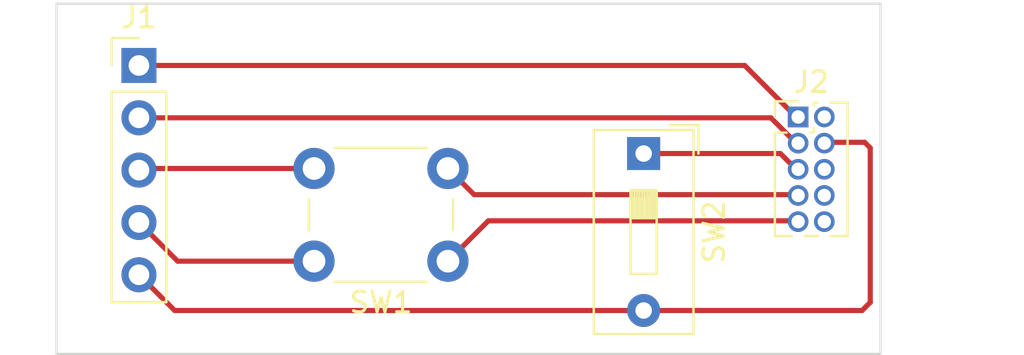
<source format=kicad_pcb>
(kicad_pcb (version 20211014) (generator pcbnew)
  (layers (0 "F.Cu" signal) (31 "B.Cu" signal) (34 "B.Paste" user) (35 "F.Paste" user) (36 "B.SilkS" user "B.Silkscreen") (37 "F.SilkS" user "F.Silkscreen") (38 "B.Mask" user) (39 "F.Mask" user) (44 "Edge.Cuts" user))
  (net 0 "")
  (net 1 "Net-(J1-Pad1)")
  (net 2 "Net-(J1-Pad2)")
  (net 3 "Net-(J1-Pad3)")
  (net 4 "Net-(J1-Pad4)")
  (net 5 "Net-(J1-Pad5)")
  (net 6 "Net-(J2-Pad3)")
  (footprint "Button_Switch_THT:SW_DIP_SPSTx01_Slide_9.78x4.72mm_W7.62mm_P2.54mm" (layer "F.Cu") (at 50.5 29.275 -90)
    (fp_text reference "SW2" (at 3.81 -3.42 90) (layer "F.SilkS"))
    (fp_text value "Switch Boot")
    (fp_line (start 1.78 -0.395) (end 3.133333 -0.395) (layer "F.SilkS") (width 0.12))
    (fp_line (start 1.78 -0.635) (end 1.78 0.635) (layer "F.SilkS") (width 0.12))
    (fp_line (start 1.78 0.085) (end 3.133333 0.085) (layer "F.SilkS") (width 0.12))
    (fp_line (start 1.78 -0.035) (end 3.133333 -0.035) (layer "F.SilkS") (width 0.12))
    (fp_line (start 1.78 0.445) (end 3.133333 0.445) (layer "F.SilkS") (width 0.12))
    (fp_line (start -1.14 -2.42) (end 8.76 -2.42) (layer "F.SilkS") (width 0.12))
    (fp_line (start 1.78 0.565) (end 3.133333 0.565) (layer "F.SilkS") (width 0.12))
    (fp_line (start -1.38 -2.66) (end 0.004 -2.66) (layer "F.SilkS") (width 0.12))
    (fp_line (start 3.133333 -0.635) (end 3.133333 0.635) (layer "F.SilkS") (width 0.12))
    (fp_line (start 1.78 0.325) (end 3.133333 0.325) (layer "F.SilkS") (width 0.12))
    (fp_line (start 8.76 -2.42) (end 8.76 2.42) (layer "F.SilkS") (width 0.12))
    (fp_line (start 1.78 -0.275) (end 3.133333 -0.275) (layer "F.SilkS") (width 0.12))
    (fp_line (start 1.78 -0.155) (end 3.133333 -0.155) (layer "F.SilkS") (width 0.12))
    (fp_line (start 5.84 -0.635) (end 1.78 -0.635) (layer "F.SilkS") (width 0.12))
    (fp_line (start -1.14 2.42) (end 8.76 2.42) (layer "F.SilkS") (width 0.12))
    (fp_line (start 5.84 0.635) (end 5.84 -0.635) (layer "F.SilkS") (width 0.12))
    (fp_line (start -1.14 -2.42) (end -1.14 2.42) (layer "F.SilkS") (width 0.12))
    (fp_line (start 1.78 0.635) (end 5.84 0.635) (layer "F.SilkS") (width 0.12))
    (fp_line (start -1.38 -2.66) (end -1.38 -1.277) (layer "F.SilkS") (width 0.12))
    (fp_line (start 1.78 -0.515) (end 3.133333 -0.515) (layer "F.SilkS") (width 0.12))
    (fp_line (start 1.78 0.205) (end 3.133333 0.205) (layer "F.SilkS") (width 0.12))
    (pad "1" thru_hole rect (at 0 0 270) (size 1.6 1.6) (drill 0.8) (layers *.Cu *.Mask) (net 6 "Net-(J2-Pad3)"))
    (pad "2" thru_hole oval (at 7.62 0 270) (size 1.6 1.6) (drill 0.8) (layers *.Cu *.Mask) (net 5 "Net-(J1-Pad5)"))
  )
  (footprint "Button_Switch_THT:SW_PUSH_6mm_H4.3mm" (layer "F.Cu") (at 41 34.5 180)
    (fp_text reference "SW1" (at 3.25 -2) (layer "F.SilkS"))
    (fp_text value "SW_Reset")
    (fp_line (start -0.25 1.5) (end -0.25 3) (layer "F.SilkS") (width 0.12))
    (fp_line (start 5.5 -1) (end 1 -1) (layer "F.SilkS") (width 0.12))
    (fp_line (start 6.75 3) (end 6.75 1.5) (layer "F.SilkS") (width 0.12))
    (fp_line (start 1 5.5) (end 5.5 5.5) (layer "F.SilkS") (width 0.12))
    (pad "1" thru_hole circle (at 6.5 0 270) (size 2 2) (drill 1.1) (layers *.Cu *.Mask) (net 4 "Net-(J1-Pad4)"))
    (pad "1" thru_hole circle (at 0 0 270) (size 2 2) (drill 1.1) (layers *.Cu *.Mask) (net 4 "Net-(J1-Pad4)"))
    (pad "2" thru_hole circle (at 0 4.5 270) (size 2 2) (drill 1.1) (layers *.Cu *.Mask) (net 3 "Net-(J1-Pad3)"))
    (pad "2" thru_hole circle (at 6.5 4.5 270) (size 2 2) (drill 1.1) (layers *.Cu *.Mask) (net 3 "Net-(J1-Pad3)"))
  )
  (footprint "Connector_PinHeader_1.27mm:PinHeader_2x05_P1.27mm_Vertical" (layer "F.Cu") (at 58 27.5)
    (fp_text reference "J2" (at 0.635 -1.695) (layer "F.SilkS"))
    (fp_text value "1.27mm 5 Pin Double Row")
    (fp_line (start 1.57753 5.775) (end 2.4 5.775) (layer "F.SilkS") (width 0.12))
    (fp_line (start 0.76 -0.563471) (end 0.76 -0.695) (layer "F.SilkS") (width 0.12))
    (fp_line (start -1.13 5.775) (end -0.30753 5.775) (layer "F.SilkS") (width 0.12))
    (fp_line (start -1.13 0.76) (end -0.563471 0.76) (layer "F.SilkS") (width 0.12))
    (fp_line (start 0.76 0.706529) (end 0.76 0.563471) (layer "F.SilkS") (width 0.12))
    (fp_line (start 0.563471 0.76) (end 0.706529 0.76) (layer "F.SilkS") (width 0.12))
    (fp_line (start 1.57753 -0.695) (end 2.4 -0.695) (layer "F.SilkS") (width 0.12))
    (fp_line (start 0.76 -0.695) (end 0.96247 -0.695) (layer "F.SilkS") (width 0.12))
    (fp_line (start -1.13 0.76) (end -1.13 5.775) (layer "F.SilkS") (width 0.12))
    (fp_line (start -1.13 0) (end -1.13 -0.76) (layer "F.SilkS") (width 0.12))
    (fp_line (start 2.4 -0.695) (end 2.4 5.775) (layer "F.SilkS") (width 0.12))
    (fp_line (start -1.13 -0.76) (end 0 -0.76) (layer "F.SilkS") (width 0.12))
    (fp_line (start 0.30753 5.775) (end 0.96247 5.775) (layer "F.SilkS") (width 0.12))
    (pad "1" thru_hole rect (at 0 0) (size 1 1) (drill 0.65) (layers *.Cu *.Mask) (net 1 "Net-(J1-Pad1)"))
    (pad "2" thru_hole oval (at 0 1.27) (size 1 1) (drill 0.65) (layers *.Cu *.Mask) (net 2 "Net-(J1-Pad2)"))
    (pad "3" thru_hole oval (at 0 2.54) (size 1 1) (drill 0.65) (layers *.Cu *.Mask) (net 6 "Net-(J2-Pad3)"))
    (pad "4" thru_hole oval (at 0 3.81) (size 1 1) (drill 0.65) (layers *.Cu *.Mask) (net 3 "Net-(J1-Pad3)"))
    (pad "5" thru_hole oval (at 0 5.08) (size 1 1) (drill 0.65) (layers *.Cu *.Mask) (net 4 "Net-(J1-Pad4)"))
    (pad "6" thru_hole oval (at 1.27 5.08) (size 1 1) (drill 0.65) (layers *.Cu *.Mask))
    (pad "7" thru_hole oval (at 1.27 3.81) (size 1 1) (drill 0.65) (layers *.Cu *.Mask))
    (pad "8" thru_hole oval (at 1.27 2.54) (size 1 1) (drill 0.65) (layers *.Cu *.Mask))
    (pad "9" thru_hole oval (at 1.27 1.27) (size 1 1) (drill 0.65) (layers *.Cu *.Mask) (net 5 "Net-(J1-Pad5)"))
    (pad "10" thru_hole oval (at 1.27 0) (size 1 1) (drill 0.65) (layers *.Cu *.Mask))
  )
  (footprint "Connector_PinHeader_2.54mm:PinHeader_1x05_P2.54mm_Vertical" (layer "F.Cu") (at 26 25)
    (fp_text reference "J1" (at 0 -2.33) (layer "F.SilkS"))
    (fp_text value "jumper connector")
    (fp_line (start -1.33 0) (end -1.33 -1.33) (layer "F.SilkS") (width 0.12))
    (fp_line (start -1.33 -1.33) (end 0 -1.33) (layer "F.SilkS") (width 0.12))
    (fp_line (start -1.33 1.27) (end -1.33 11.49) (layer "F.SilkS") (width 0.12))
    (fp_line (start -1.33 11.49) (end 1.33 11.49) (layer "F.SilkS") (width 0.12))
    (fp_line (start -1.33 1.27) (end 1.33 1.27) (layer "F.SilkS") (width 0.12))
    (fp_line (start 1.33 1.27) (end 1.33 11.49) (layer "F.SilkS") (width 0.12))
    (pad "1" thru_hole rect (at 0 0) (size 1.7 1.7) (drill 1) (layers *.Cu *.Mask) (net 1 "Net-(J1-Pad1)"))
    (pad "2" thru_hole oval (at 0 2.54) (size 1.7 1.7) (drill 1) (layers *.Cu *.Mask) (net 2 "Net-(J1-Pad2)"))
    (pad "3" thru_hole oval (at 0 5.08) (size 1.7 1.7) (drill 1) (layers *.Cu *.Mask) (net 3 "Net-(J1-Pad3)"))
    (pad "4" thru_hole oval (at 0 7.62) (size 1.7 1.7) (drill 1) (layers *.Cu *.Mask) (net 4 "Net-(J1-Pad4)"))
    (pad "5" thru_hole oval (at 0 10.16) (size 1.7 1.7) (drill 1) (layers *.Cu *.Mask) (net 5 "Net-(J1-Pad5)"))
  )
  (gr_rect (start 62 22) (end 22 39) (layer "Edge.Cuts") (width 0.1) (fill none))
  (segment (start 26 25) (end 55.405 25) (width 0.25) (layer "F.Cu") (net 1))
  (segment (start 55.405 25) (end 57.865 27.46) (width 0.25) (layer "F.Cu") (net 1))
  (segment (start 56.675 27.54) (end 26 27.54) (width 0.25) (layer "F.Cu") (net 2))
  (segment (start 57.865 28.73) (end 56.675 27.54) (width 0.25) (layer "F.Cu") (net 2))
  (segment (start 34.5 30) (end 26.08 30) (width 0.25) (layer "F.Cu") (net 3))
  (segment (start 42.27 31.27) (end 57.865 31.27) (width 0.25) (layer "F.Cu") (net 3))
  (segment (start 41 30) (end 42.27 31.27) (width 0.25) (layer "F.Cu") (net 3))
  (segment (start 26.08 30) (end 26 30.08) (width 0.25) (layer "F.Cu") (net 3))
  (segment (start 42.96 32.54) (end 57.865 32.54) (width 0.25) (layer "F.Cu") (net 4))
  (segment (start 41 34.5) (end 42.96 32.54) (width 0.25) (layer "F.Cu") (net 4))
  (segment (start 34.5 34.5) (end 27.88 34.5) (width 0.25) (layer "F.Cu") (net 4))
  (segment (start 27.88 34.5) (end 26 32.62) (width 0.25) (layer "F.Cu") (net 4))
  (segment (start 50.5 36.895) (end 27.735 36.895) (width 0.25) (layer "F.Cu") (net 5))
  (segment (start 61.5 29) (end 61.5 36.5) (width 0.25) (layer "F.Cu") (net 5))
  (segment (start 61.5 36.5) (end 61.105 36.895) (width 0.25) (layer "F.Cu") (net 5))
  (segment (start 61.23 28.73) (end 61.5 29) (width 0.25) (layer "F.Cu") (net 5))
  (segment (start 61.105 36.895) (end 50.5 36.895) (width 0.25) (layer "F.Cu") (net 5))
  (segment (start 59.135 28.73) (end 61.23 28.73) (width 0.25) (layer "F.Cu") (net 5))
  (segment (start 27.735 36.895) (end 26 35.16) (width 0.25) (layer "F.Cu") (net 5))
  (segment (start 57.14 29.275) (end 57.865 30) (width 0.25) (layer "F.Cu") (net 6))
  (segment (start 50.5 29.275) (end 57.14 29.275) (width 0.25) (layer "F.Cu") (net 6))
)
</source>
